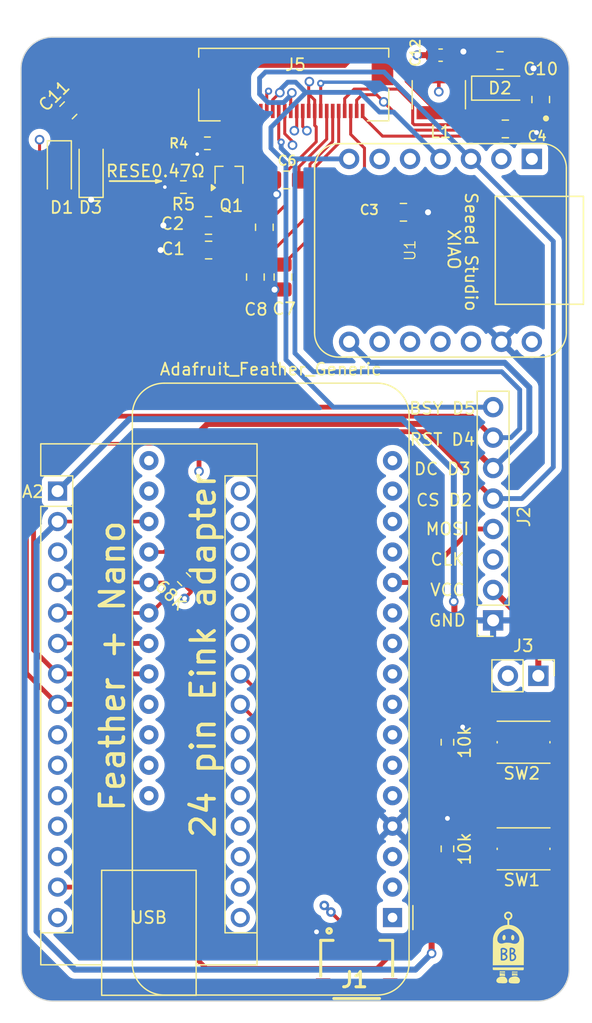
<source format=kicad_pcb>
(kicad_pcb (version 20241229) (generator "pcbnew") (generator_version "9.0")
  (layers (0 "F.Cu" signal) (4 "In1.Cu" signal) (6 "In2.Cu" signal) (2 "B.Cu" signal) (13 "F.Paste" user) (15 "B.Paste" user) (5 "F.SilkS" user "F.Silkscreen") (7 "B.SilkS" user "B.Silkscreen") (1 "F.Mask" user) (3 "B.Mask" user) (25 "Edge.Cuts" user))
  (net 0 "")
  (net 5 "/EPD_DC")
  (net 6 "/EPD_CLK")
  (net 7 "/EPD_BUSY")
  (net 8 "/EPD_CS")
  (net 9 "Net-(A1-D1)")
  (net 10 "Net-(A1-D0)")
  (net 11 "SCL")
  (net 12 "SDA")
  (net 17 "/EPD_MOSI")
  (net 18 "/EPD_RST")
  (net 45 "GND")
  (net 46 "+3.3V")
  (net 47 "Net-(R1-Pad1)")
  (net 48 "Net-(R2-Pad1)")
  (net 49 "Net-(J2-Pin_2)")
  (net 50 "Net-(C1-Pad2)")
  (net 51 "Net-(C2-Pad2)")
  (net 52 "Net-(C3-Pad2)")
  (net 53 "/VCOM")
  (net 54 "Net-(C6-Pad2)")
  (net 55 "Net-(C7-Pad2)")
  (net 56 "Net-(C8-Pad2)")
  (net 57 "PREVGH")
  (net 58 "Net-(D1-A)")
  (net 59 "Net-(D1-K)")
  (net 60 "Net-(D2-A)")
  (net 62 "Net-(Q1-G)")
  (net 63 "Net-(Q1-S)")
  (net 66 "BUTTON0")
  (net 68 "BUTTON1")
  (footprint "footprint:QWIIC_SM04B-SRSS-TB_LFSN_" (layer "F.Cu") (at 136.75 119.161)
    (property "Reference" "J1")
    (property "Value" "Qwiic" (hide yes))
  )
  (footprint "Diode_SMD:D_SOD-123" (layer "F.Cu") (at 117.6 50 90)
    (property "Reference" "D3")
    (property "Value" "MBR0530")
  )
  (footprint "Module:Arduino_Nano" (layer "F.Cu") (at 114.8 76.85)
    (property "Reference" "A2")
    (property "Value" "Arduino_Nano_v3.x")
  )
  (footprint "Capacitor_SMD:C_0805_2012Metric_Pad1.18x1.45mm_HandSolder" (layer "F.Cu") (at 133.9 50.9)
    (property "Reference" "C6")
    (property "Value" "1uF")
  )
  (footprint "Resistor_SMD:R_0603_1608Metric" (layer "F.Cu") (at 125.3 51.5 180)
    (property "Reference" "R5")
    (property "Value" "0.47R")
  )
  (footprint "Capacitor_SMD:C_0805_2012Metric_Pad1.18x1.45mm_HandSolder" (layer "F.Cu") (at 127.4 56.75)
    (property "Reference" "C1")
    (property "Value" "4.7uF")
  )
  (footprint "Resistor_SMD:R_0603_1608Metric" (layer "F.Cu") (at 147.32 106.68 90)
    (property "Reference" "R1" (hide yes))
    (property "Value" "10k")
  )
  (footprint "Capacitor_SMD:C_0805_2012Metric_Pad1.18x1.45mm_HandSolder" (layer "F.Cu") (at 115.7 45.1 45)
    (property "Reference" "C11")
    (property "Value" "4.7uF 50V")
  )
  (footprint "Capacitor_SMD:C_0805_2012Metric_Pad1.18x1.45mm_HandSolder" (layer "F.Cu") (at 152.15 46.65 180)
    (property "Reference" "C4")
    (property "Value" "1uF")
  )
  (footprint "Capacitor_SMD:C_0805_2012Metric_Pad1.18x1.45mm_HandSolder" (layer "F.Cu") (at 127.3875 54.7)
    (property "Reference" "C2")
    (property "Value" "4.7uF")
  )
  (footprint "Button_Switch_SMD:SW_Push_1P1T_NO_Vertical_Wuerth_434133025816" (layer "F.Cu") (at 153.67 97.79 180)
    (property "Reference" "SW2")
    (property "Value" "SW_Push")
  )
  (footprint "Capacitor_SMD:C_0805_2012Metric_Pad1.18x1.45mm_HandSolder" (layer "F.Cu") (at 151.7 40.95 180)
    (property "Reference" "C9" (hide yes))
    (property "Value" "4.7uF")
  )
  (footprint "footprint:AFC24-S24FIC-00" (layer "F.Cu") (at 134.5 42.954399 180)
    (property "Reference" "J5")
    (property "Value" "AFC24-S24FIC-00" (hide yes))
  )
  (footprint "Module:Adafruit_Feather" (layer "F.Cu") (at 142.74 112.41 180)
    (property "Reference" "A1" (hide yes))
    (property "Value" "Adafruit_Feather_Generic")
  )
  (footprint "footprint:SWPA4030S1R0NT" (layer "F.Cu") (at 146.6014 43.8 90)
    (property "Reference" "L1")
    (property "Value" "10uH" (hide yes))
  )
  (footprint "Capacitor_SMD:C_0805_2012Metric_Pad1.18x1.45mm_HandSolder" (layer "F.Cu") (at 131.3 59 90)
    (property "Reference" "C8")
    (property "Value" "1uF")
  )
  (footprint "Connector_PinHeader_2.54mm:PinHeader_1x02_P2.54mm_Vertical" (layer "F.Cu") (at 154.9 92.25 -90)
    (property "Reference" "J3")
    (property "Value" "PWR_JUMPER")
  )
  (footprint "Resistor_SMD:R_0603_1608Metric" (layer "F.Cu") (at 147.32 97.79 90)
    (property "Reference" "R2" (hide yes))
    (property "Value" "10k")
  )
  (footprint "Capacitor_SMD:C_0805_2012Metric_Pad1.18x1.45mm_HandSolder" (layer "F.Cu") (at 132.05 54.85 90)
    (property "Reference" "C5" (hide yes))
    (property "Value" "1uF")
  )
  (footprint "Capacitor_SMD:C_0805_2012Metric_Pad1.18x1.45mm_HandSolder" (layer "F.Cu") (at 155.1 44.2 -90)
    (property "Reference" "C10")
    (property "Value" "4.7uF")
  )
  (footprint "Resistor_SMD:R_0603_1608Metric" (layer "F.Cu") (at 127.3 47.85 180)
    (property "Reference" "R4")
    (property "Value" "10K")
  )
  (footprint "LOGO" (layer "F.Cu") (at 152.4 114.9096)
    (property "Reference" "G***" (hide yes))
    (property "Value" "LOGO" (hide yes))
  )
  (footprint "Button_Switch_SMD:SW_Push_1P1T_NO_Vertical_Wuerth_434133025816" (layer "F.Cu") (at 153.67 106.68 180)
    (property "Reference" "SW1")
    (property "Value" "SW_Push")
  )
  (footprint "Diode_SMD:D_SOD-123" (layer "F.Cu") (at 151.7 43.25)
    (property "Reference" "D2")
    (property "Value" "MBR0530")
  )
  (footprint "Connector_PinSocket_2.54mm:PinSocket_1x08_P2.54mm_Vertical" (layer "F.Cu") (at 151.13 87.63 180)
    (property "Reference" "J2")
    (property "Value" "LCD")
  )
  (footprint "Diode_SMD:D_SOD-123" (layer "F.Cu") (at 114.95 50 -90)
    (property "Reference" "D1")
    (property "Value" "MBR0530")
  )
  (footprint "Capacitor_SMD:C_0805_2012Metric_Pad1.18x1.45mm_HandSolder" (layer "F.Cu") (at 133.6 59 90)
    (property "Reference" "C7")
    (property "Value" "4.7uF")
  )
  (footprint "Capacitor_SMD:C_0805_2012Metric_Pad1.18x1.45mm_HandSolder" (layer "F.Cu") (at 143.65 53.6 180)
    (property "Reference" "C3")
    (property "Value" "4.7uF")
  )
  (footprint "Capacitor_SMD:C_0603_1608Metric" (layer "F.Cu") (at 146.75 40.5 180)
    (property "Reference" "C12")
    (property "Value" "4.7uF")
  )
  (footprint "footprint:XIAO-Generic-Thruhole-14P-2.54-21X17.8MM" (layer "F.Cu") (at 146.74 56.775 -90)
    (property "Reference" "U1")
    (property "Value" "SeeeduinoXIAO" (hide yes))
  )
  (footprint "Resistor_SMD:R_0603_1608Metric" (layer "F.Cu") (at 125.35 84.2 135)
    (property "Reference" "R3" (hide yes))
    (property "Value" "68K")
  )
  (footprint "Package_TO_SOT_SMD:SOT-323_SC-70" (layer "F.Cu") (at 129.1 50.5 90)
    (property "Reference" "Q1")
    (property "Value" "Si1308")
  )
  (gr_line (start 123.45 51) (end 123 51.15) (stroke (width 0.15)) (layer "F.SilkS"))
  (gr_line (start 119.15 51) (end 121.65 51) (stroke (width 0.15)) (layer "F.SilkS"))
  (gr_line (start 121.65 51) (end 123.45 51) (stroke (width 0.15)) (layer "F.SilkS"))
  (gr_line (start 123 51.15) (end 123 50.9) (stroke (width 0.15)) (layer "F.SilkS"))
  (gr_line (start 123 50.9) (end 123.4 51) (stroke (width 0.15)) (layer "F.SilkS"))
  (gr_line (start 111.773833 116.726167) (end 111.75 41.65) (stroke (width 0.1)) (layer "Edge.Cuts"))
  (gr_arc (start 157.476167 116.726167) (mid 156.7 118.6) (end 154.826167 119.376167) (stroke (width 0.1)) (layer "Edge.Cuts"))
  (gr_line (start 114.4 39) (end 154.826167 39) (stroke (width 0.1)) (layer "Edge.Cuts"))
  (gr_arc (start 154.826167 39.000001) (mid 156.700021 39.776156) (end 157.476199 41.65) (stroke (width 0.1)) (layer "Edge.Cuts"))
  (gr_line (start 154.826167 119.376167) (end 114.423833 119.376167) (stroke (width 0.1)) (layer "Edge.Cuts"))
  (gr_arc (start 111.75 41.65) (mid 112.526167 39.776167) (end 114.4 39) (stroke (width 0.1)) (layer "Edge.Cuts"))
  (gr_line (start 157.476167 41.65) (end 157.476167 116.726167) (stroke (width 0.1)) (layer "Edge.Cuts"))
  (gr_arc (start 114.423833 119.376167) (mid 112.55 118.6) (end 111.773833 116.726167) (stroke (width 0.1)) (layer "Edge.Cuts"))
  (gr_text "DC D3" (at 146.9 75 0) (layer "F.SilkS") (effects (font (size 1 1))))
  (gr_text "VCC" (at 147.32 85.09 0) (layer "F.SilkS") (effects (font (size 1 1))))
  (gr_text "Feather + Nano" (at 119.38 91.44 90) (layer "F.SilkS") (effects (font (size 2 2) (thickness 0.3))))
  (gr_text "GND" (at 147.32 87.63 0) (layer "F.SilkS") (effects (font (size 1 1))))
  (gr_text "RESE0.47Ω" (at 118.75 50.75 0) (layer "F.SilkS") (effects (font (size 1 1)) (justify left bottom)))
  (gr_text "MOSI" (at 147.32 80.01 0) (layer "F.SilkS") (effects (font (size 1 1))))
  (gr_text "24 pin Eink adapter" (at 126.95 90.5 90) (layer "F.SilkS") (effects (font (size 2 2) (thickness 0.3))))
  (gr_text "CS D2" (at 147.05 77.6 0) (layer "F.SilkS") (effects (font (size 1 1))))
  (gr_text "BSY D5" (at 146.9 69.95 0) (layer "F.SilkS") (effects (font (size 1 1))))
  (gr_text "RST D4" (at 146.9 72.55 0) (layer "F.SilkS") (effects (font (size 1 1))))
  (gr_text "CLK" (at 147.32 82.55 0) (layer "F.SilkS") (effects (font (size 1 1))))
  (segment (start 134.399343 47.699343) (end 134.399343 48.003508) (width 0.25) (layer "F.Cu") (net 5))
  (segment (start 133.749999 47.049999) (end 134.399343 47.699343) (width 0.25) (layer "F.Cu") (net 5))
  (segment (start 133.749999 45.149999) (end 133.749999 47.049999) (width 0.25) (layer "F.Cu") (net 5))
  (segment (start 122.42 87.01) (end 122.59 87.01) (width 0.3) (layer "F.Cu") (net 5))
  (segment (start 125.75 83.85) (end 125.75 82.1) (width 0.3) (layer "F.Cu") (net 5))
  (segment (start 125.45 73.1) (end 125.45 81.8) (width 0.5) (layer "F.Cu") (net 5))
  (segment (start 125.75 82.1) (end 125.45 81.8) (width 0.3) (layer "F.Cu") (net 5))
  (segment (start 119.24 87.01) (end 122.42 87.01) (width 0.3) (layer "F.Cu") (net 5))
  (segment (start 151.13 74.93) (end 147.45 71.25) (width 0.5) (layer "F.Cu") (net 5))
  (segment (start 122.59 87.01) (end 125.75 83.85) (width 0.3) (layer "F.Cu") (net 5))
  (segment (start 114.8 89.55) (end 116.7 89.55) (width 0.3) (layer "F.Cu") (net 5))
  (segment (start 127.3 71.25) (end 125.45 73.1) (width 0.5) (layer "F.Cu") (net 5))
  (segment (start 147.45 71.25) (end 127.3 71.25) (width 0.5) (layer "F.Cu") (net 5))
  (segment (start 116.7 89.55) (end 119.24 87.01) (width 0.3) (layer "F.Cu") (net 5))
  (via (at 134.399343 48.003508) (size 0.8) (drill 0.5) (layers "F.Cu" "B.Cu") (net 5))
  (segment (start 140.87 66.15) (end 139.12 64.4) (width 0.5) (layer "B.Cu") (net 5))
  (segment (start 154.15 71.91) (end 154.15 68.2) (width 0.5) (layer "B.Cu") (net 5))
  (segment (start 154.15 68.2) (end 152.1 66.15) (width 0.5) (layer "B.Cu") (net 5))
  (segment (start 152.1 66.15) (end 140.87 66.15) (width 0.5) (layer "B.Cu") (net 5))
  (segment (start 151.13 74.93) (end 154.15 71.91) (width 0.5) (layer "B.Cu") (net 5))
  (segment (start 134.75 46.6) (end 134.55 46.8) (width 0.25) (layer "F.Cu") (net 6))
  (segment (start 134.75 45.149999) (end 134.75 46.6) (width 0.25) (layer "F.Cu") (net 6))
  (via (at 134.55 46.8) (size 0.8) (drill 0.5) (layers "F.Cu" "B.Cu") (net 6))
  (segment (start 132.750001 45.149999) (end 132.750001 44.217224) (width 0.25) (layer "F.Cu") (net 7))
  (segment (start 112.2 92.03) (end 114.8 94.63) (width 0.4) (layer "F.Cu") (net 7))
  (segment (start 112.2 72.301472) (end 112.2 92.03) (width 0.4) (layer "F.Cu") (net 7))
  (segment (start 132.750001 44.217224) (end 133.341669 43.625556) (width 0.25) (layer "F.Cu") (net 7))
  (segment (start 114.651472 69.85) (end 112.2 72.301472) (width 0.4) (layer "F.Cu") (net 7))
  (segment (start 119.71 92.09) (end 122.42 92.09) (width 0.4) (layer "F.Cu") (net 7))
  (segment (start 114.8 94.63) (end 117.17 94.63) (width 0.4) (layer "F.Cu") (net 7))
  (segment (start 151.13 69.85) (end 114.651472 69.85) (width 0.4) (layer "F.Cu") (net 7))
  (segment (start 117.17 94.63) (end 119.71 92.09) (width 0.4) (layer "F.Cu") (net 7))
  (via (at 133.341669 43.625556) (size 0.8) (drill 0.5) (layers "F.Cu" "B.Cu") (net 7))
  (segment (start 133.85 49.504775) (end 133.85 65.9) (width 0.4) (layer "B.Cu") (net 7))
  (segment (start 141.65497 45.242948) (end 140.012022 43.6) (width 0.4) (layer "B.Cu") (net 7))
  (segment (start 140.012022 43.6) (end 135.502082 43.6) (width 0.4) (layer "B.Cu") (net 7))
  (segment (start 132.6 48.254775) (end 133.85 49.504775) (width 0.4) (layer "B.Cu") (net 7))
  (segment (start 134.652082 42.75) (end 134 42.75) (width 0.4) (layer "B.Cu") (net 7))
  (segment (start 133.85 65.9) (end 137.8 69.85) (width 0.4) (layer "B.Cu") (net 7))
  (segment (start 137.8 69.85) (end 151.13 69.85) (width 0.4) (layer "B.Cu") (net 7))
  (segment (start 142.832948 45.242948) (end 141.65497 45.242948) (width 0.4) (layer "B.Cu") (net 7))
  (segment (start 135.502082 43.6) (end 135.502082 43.619568) (width 0.4) (layer "B.Cu") (net 7))
  (segment (start 135.502082 43.619568) (end 132.6 46.52165) (width 0.4) (layer "B.Cu") (net 7))
  (segment (start 146.74 49.15) (end 142.832948 45.242948) (width 0.4) (layer "B.Cu") (net 7))
  (segment (start 134 42.75) (end 133.341669 43.408331) (width 0.4) (layer "B.Cu") (net 7))
  (segment (start 133.341669 43.408331) (end 133.341669 43.625556) (width 0.4) (layer "B.Cu") (net 7))
  (segment (start 132.6 46.52165) (end 132.6 48.254775) (width 0.4) (layer "B.Cu") (net 7))
  (segment (start 135.502082 43.6) (end 134.652082 42.75) (width 0.4) (layer "B.Cu") (net 7))
  (segment (start 134.25 43.738864) (end 134.344432 43.644432) (width 0.25) (layer "F.Cu") (net 8))
  (segment (start 126.6 73.2) (end 126.6 75.2) (width 0.4) (layer "F.Cu") (net 8))
  (segment (start 145.56 71.9) (end 127.9 71.9) (width 0.4) (layer "F.Cu") (net 8))
  (segment (start 151.13 77.47) (end 145.56 71.9) (width 0.4) (layer "F.Cu") (net 8))
  (segment (start 116.19 87.01) (end 118.73 84.47) (width 0.3) (layer "F.Cu") (net 8))
  (segment (start 134.25 45.149999) (end 134.25 43.738864) (width 0.25) (layer "F.Cu") (net 8))
  (segment (start 122.42 84.47) (end 123.913274 84.47) (width 0.3) (layer "F.Cu") (net 8))
  (segment (start 127.9 71.9) (end 126.6 73.2) (width 0.4) (layer "F.Cu") (net 8))
  (segment (start 114.8 87.01) (end 116.19 87.01) (width 0.3) (layer "F.Cu") (net 8))
  (segment (start 123.913274 84.47) (end 124.766637 83.616637) (width 0.3) (layer "F.Cu") (net 8))
  (segment (start 118.73 84.47) (end 122.42 84.47) (width 0.3) (layer "F.Cu") (net 8))
  (via (at 134.344432 43.644432) (size 0.8) (drill 0.5) (layers "F.Cu" "B.Cu") (net 8))
  (via (at 126.6 75.2) (size 0.8) (drill 0.5) (layers "F.Cu" "B.Cu") (net 8))
  (segment (start 133.650011 44.45) (end 134.344432 43.755579) (width 0.4) (layer "B.Cu") (net 8))
  (segment (start 134.344432 43.755579) (end 134.344432 43.644432) (width 0.4) (layer "B.Cu") (net 8))
  (segment (start 156.15 56.02) (end 156.15 74.85) (width 0.4) (layer "B.Cu") (net 8))
  (segment (start 132.146126 41.903874) (end 131.65 42.4) (width 0.4) (layer "B.Cu") (net 8))
  (segment (start 153.53 77.47) (end 151.13 77.47) (width 0.4) (layer "B.Cu") (net 8))
  (segment (start 156.15 74.85) (end 153.53 77.47) (width 0.4) (layer "B.Cu") (net 8))
  (segment (start 132.35 44.45) (end 133.650011 44.45) (width 0.4) (layer "B.Cu") (net 8))
  (segment (start 149.28 49.15) (end 156.15 56.02) (width 0.4) (layer "B.Cu") (net 8))
  (segment (start 149.28 49.15) (end 142.033874 41.903874) (width 0.4) (layer "B.Cu") (net 8))
  (segment (start 131.65 43.75) (end 132.35 44.45) (width 0.4) (layer "B.Cu") (net 8))
  (segment (start 142.033874 41.903874) (end 132.146126 41.903874) (width 0.4) (layer "B.Cu") (net 8))
  (segment (start 131.65 42.4) (end 131.65 43.75) (width 0.4) (layer "B.Cu") (net 8))
  (segment (start 151.62 96.715) (end 155.745 96.715) (width 0.5) (layer "F.Cu") (net 9))
  (segment (start 124.45 81.15) (end 124.45 73.45) (width 0.3) (layer "F.Cu") (net 9))
  (segment (start 122.42 81.93) (end 123.67 81.93) (width 0.3) (layer "F.Cu") (net 9))
  (segment (start 123.67 81.93) (end 124.45 81.15) (width 0.3) (layer "F.Cu") (net 9))
  (segment (start 147.9 86.1) (end 147.85 86.05) (width 0.5) (layer "F.Cu") (net 9))
  (segment (start 147.9 92.995) (end 147.9 86.1) (width 0.5) (layer "F.Cu") (net 9))
  (segment (start 123.9 72.9) (end 118.75 72.9) (width 0.3) (layer "F.Cu") (net 9))
  (segment (start 124.45 73.45) (end 123.9 72.9) (width 0.3) (layer "F.Cu") (net 9))
  (segment (start 118.75 72.9) (end 114.8 76.85) (width 0.3) (layer "F.Cu") (net 9))
  (segment (start 151.62 96.715) (end 147.9 92.995) (width 0.5) (layer "F.Cu") (net 9))
  (via (at 147.85 86.05) (size 0.8) (drill 0.5) (layers "F.Cu" "B.Cu") (net 9))
  (segment (start 120.8 70.85) (end 114.8 76.85) (width 0.5) (layer "B.Cu") (net 9))
  (segment (start 147.85 75.15) (end 143.55 70.85) (width 0.5) (layer "B.Cu") (net 9))
  (segment (start 147.85 86.05) (end 147.85 75.15) (width 0.5) (layer "B.Cu") (net 9))
  (segment (start 143.55 70.85) (end 120.8 70.85) (width 0.5) (layer "B.Cu") (net 9))
  (segment (start 151.42 105.605) (end 148.765 102.95) (width 0.5) (layer "F.Cu") (net 10))
  (segment (start 151.62 105.605) (end 155.745 105.605) (width 0.5) (layer "F.Cu") (net 10))
  (segment (start 146.9 102.95) (end 146.3 103.55) (width 0.5) (layer "F.Cu") (net 10))
  (segment (start 114.8 79.39) (end 122.42 79.39) (width 0.3) (layer "F.Cu") (net 10))
  (segment (start 146.3 103.55) (end 146.3 112.719239) (width 0.5) (layer "F.Cu") (net 10))
  (segment (start 146.3 112.719239) (end 146 113.019238) (width 0.5) (layer "F.Cu") (net 10))
  (segment (start 151.62 105.605) (end 151.42 105.605) (width 0.5) (layer "F.Cu") (net 10))
  (segment (start 148.765 102.95) (end 146.9 102.95) (width 0.5) (layer "F.Cu") (net 10))
  (segment (start 146 113.019238) (end 146 115.4) (width 0.5) (layer "F.Cu") (net 10))
  (via (at 146 115.4) (size 0.8) (drill 0.5) (layers "F.Cu" "B.Cu") (net 10))
  (segment (start 113.05 113.55) (end 113.05 81.14) (width 0.5) (layer "B.Cu") (net 10))
  (segment (start 146 115.4) (end 144.65 116.75) (width 0.5) (layer "B.Cu") (net 10))
  (segment (start 116.25 116.75) (end 113.05 113.55) (width 0.5) (layer "B.Cu") (net 10))
  (segment (start 144.65 116.75) (end 116.25 116.75) (width 0.5) (layer "B.Cu") (net 10))
  (segment (start 113.05 81.14) (end 114.8 79.39) (width 0.5) (layer "B.Cu") (net 10))
  (segment (start 141.25 114.5) (end 141.25 113.8) (width 0.3) (layer "F.Cu") (net 11))
  (segment (start 140.1 112.65) (end 140.1 102.15) (width 0.3) (layer "F.Cu") (net 11))
  (segment (start 141.25 113.8) (end 140.1 112.65) (width 0.3) (layer "F.Cu") (net 11))
  (segment (start 140.1 102.15) (end 130.04 92.09) (width 0.3) (layer "F.Cu") (net 11))
  (segment (start 139.6 112.95) (end 140.25 113.6) (width 0.3) (layer "F.Cu") (net 12))
  (segment (start 140.25 113.6) (end 140.25 114.5) (width 0.3) (layer "F.Cu") (net 12))
  (segment (start 139.6 104.19) (end 139.6 112.95) (width 0.3) (layer "F.Cu") (net 12))
  (segment (start 130.04 94.63) (end 139.6 104.19) (width 0.3) (layer "F.Cu") (net 12))
  (segment (start 120.42 109.87) (end 127.2 116.65) (width 0.4) (layer "F.Cu") (net 17))
  (segment (start 149.34 80.01) (end 144.975 84.375) (width 0.4) (layer "F.Cu") (net 17))
  (segment (start 127.2 116.65) (end 141.45 116.65) (width 0.4) (layer "F.Cu") (net 17))
  (segment (start 144.88 84.47) (end 142.74 84.47) (width 0.4) (layer "F.Cu") (net 17))
  (segment (start 151.13 80.01) (end 149.34 80.01) (width 0.4) (layer "F.Cu") (net 17))
  (segment (start 145.65 85.05) (end 144.975 84.375) (width 0.4) (layer "F.Cu") (net 17))
  (segment (start 145.65 112.45) (end 145.65 85.05) (width 0.4) (layer "F.Cu") (net 17))
  (segment (start 135.250001 45.149999) (end 135.250001 46.450001) (width 0.25) (layer "F.Cu") (net 17))
  (segment (start 144.975 84.375) (end 144.88 84.47) (width 0.4) (layer "F.Cu") (net 17))
  (segment (start 141.45 116.65) (end 145.65 112.45) (width 0.4) (layer "F.Cu") (net 17))
  (segment (start 135.250001 46.450001) (end 135.6 46.8) (width 0.25) (layer "F.Cu") (net 17))
  (segment (start 114.8 109.87) (end 120.42 109.87) (width 0.4) (layer "F.Cu") (net 17))
  (via (at 135.6 46.8) (size 0.8) (drill 0.5) (layers "F.Cu" "B.Cu") (net 17))
  (segment (start 114.8 92.09) (end 117.26 92.09) (width 0.4) (layer "F.Cu") (net 18))
  (segment (start 133.25 47.55) (end 133.45 47.75) (width 0.25) (layer "F.Cu") (net 18))
  (segment (start 117.26 92.09) (end 119.8 89.55) (width 0.4) (layer "F.Cu") (net 18))
  (segment (start 112.8 90.09) (end 114.8 92.09) (width 0.4) (layer "F.Cu") (net 18))
  (segment (start 151.13 72.39) (end 149.34 70.6) (width 0.4) (layer "F.Cu") (net 18))
  (segment (start 149.34 70.6) (end 114.75 70.6) (width 0.4) (layer "F.Cu") (net 18))
  (segment (start 133.25 45.149999) (end 133.25 47.55) (width 0.25) (layer "F.Cu") (net 18))
  (segment (start 119.8 89.55) (end 122.42 89.55) (width 0.4) (layer "F.Cu") (net 18))
  (segment (start 112.8 72.55) (end 112.8 90.09) (width 0.4) (layer "F.Cu") (net 18))
  (segment (start 114.75 70.6) (end 112.8 72.55) (width 0.4) (layer "F.Cu") (net 18))
  (via (at 133.45 47.75) (size 0.6) (drill 0.3) (layers "F.Cu" "B.Cu") (net 18))
  (segment (start 134.6 49.15) (end 134.6 65.35) (width 0.4) (layer "B.Cu") (net 18))
  (segment (start 153.35 68.4) (end 151.85 66.9) (width 0.4) (layer "B.Cu") (net 18))
  (segment (start 134.6 49.15) (end 134.343753 49.15) (width 0.4) (layer "B.Cu") (net 18))
  (segment (start 139.12 49.15) (end 134.6 49.15) (width 0.4) (layer "B.Cu") (net 18))
  (segment (start 134.6 65.35) (end 136.15 66.9) (width 0.4) (layer "B.Cu") (net 18))
  (segment (start 151.85 66.9) (end 136.15 66.9) (width 0.4) (layer "B.Cu") (net 18))
  (segment (start 153.35 71.65) (end 153.35 68.4) (width 0.4) (layer "B.Cu") (net 18))
  (segment (start 133.45 48.256247) (end 133.45 47.75) (width 0.4) (layer "B.Cu") (net 18))
  (segment (start 151.13 72.39) (end 152.61 72.39) (width 0.4) (layer "B.Cu") (net 18))
  (segment (start 134.343753 49.15) (end 133.45 48.256247) (width 0.4) (layer "B.Cu") (net 18))
  (segment (start 152.61 72.39) (end 153.35 71.65) (width 0.4) (layer "B.Cu") (net 18))
  (segment (start 154.45 46.65) (end 154.75 46.95) (width 0.25) (layer "F.Cu") (net 45))
  (segment (start 126.475 48.725) (end 126.45 48.75) (width 0.25) (layer "F.Cu") (net 45))
  (segment (start 132.249999 45.149999) (end 132.249999 43.650001) (width 0.25) (layer "F.Cu") (net 45))
  (segment (start 123.4 56.75) (end 126.3625 56.75) (width 0.25) (layer "F.Cu") (net 45))
  (segment (start 131.3 60.0375) (end 132.7875 60.0375) (width 0.25) (layer "F.Cu") (net 45))
  (segment (start 132.7875 60.0375) (end 132.8 60.05) (width 0.25) (layer "F.Cu") (net 45))
  (segment (start 126.35 54.7) (end 123.634456 54.7) (width 0.25) (layer "F.Cu") (net 45))
  (segment (start 117.6 51.65) (end 117.6 52.55) (width 0.4) (layer "F.Cu") (net 45))
  (segment (start 153.1875 46.15) (end 153.362675 46.325175) (width 0.4) (layer "F.Cu") (net 45))
  (segment (start 155.1 43.1625) (end 155.1 42.2) (width 0.4) (layer "F.Cu") (net 45))
  (segment (start 123.634456 54.7) (end 123.627777 54.693321) (width 0.25) (layer "F.Cu") (net 45))
  (segment (start 133.0625 50.95) (end 133.0625 52.0875) (width 0.25) (layer "F.Cu") (net 45))
  (segment (start 152.7375 40.95) (end 153.85 40.95) (width 0.4) (layer "F.Cu") (net 45))
  (segment (start 147.525 40.5) (end 148.35 40.5) (width 0.4) (layer "F.Cu") (net 45))
  (segment (start 136.95 113.05) (end 136.4 113.6) (width 0.3) (layer "F.Cu") (net 45))
  (segment (start 147.32 96.965) (end 148.145 96.965) (width 0.5) (layer "F.Cu") (net 45))
  (segment (start 137.275 113.05) (end 136.95 113.05) (width 0.3) (layer "F.Cu") (net 45))
  (segment (start 138.25 114.025) (end 137.275 113.05) (width 0.3) (layer "F.Cu") (net 45))
  (segment (start 153.1875 46.65) (end 154.45 46.65) (width 0.25) (layer "F.Cu") (net 45))
  (segment (start 136.750001 45.149999) (end 136.75 42.85) (width 0.25) (layer "F.Cu") (net 45))
  (segment (start 147.32 105.855) (end 147.32 104.14) (width 0.5) (layer "F.Cu") (net 45))
  (segment (start 144.6875 53.6) (end 145.7 53.6) (width 0.25) (layer "F.Cu") (net 45))
  (segment (start 132.8 60.05) (end 132.9 60.05) (width 0.25) (layer "F.Cu") (net 45))
  (segment (start 132.9125 60.0375) (end 132.9 60.05) (width 0.25) (layer "F.Cu") (net 45))
  (segment (start 148.35 40.5) (end 148.65 40.2) (width 0.4) (layer "F.Cu") (net 45))
  (segment (start 133.6 60.0375) (end 132.9125 60.0375) (width 0.25) (layer "F.Cu") (net 45))
  (segment (start 153.85 40.95) (end 154.5 41.6) (width 0.4) (layer "F.Cu") (net 45))
  (segment (start 124.475 51.5) (end 123.75 51.5) (width 0.25) (layer "F.Cu") (net 45))
  (segment (start 126.475 47.85) (end 126.475 48.725) (width 0.25) (layer "F.Cu") (net 45))
  (segment (start 132.249999 43.650001) (end 132.4 43.5) (width 0.25) (layer "F.Cu") (net 45))
  (segment (start 133.0625 52.0875) (end 133.05 52.1) (width 0.25) (layer "F.Cu") (net 45))
  (segment (start 155.1 42.2) (end 154.5 41.6) (width 0.4) (layer "F.Cu") (net 45))
  (segment (start 148.145 96.965) (end 148.59 96.52) (width 0.5) (layer "F.Cu") (net 45))
  (segment (start 138.25 114.5) (end 138.25 114.025) (width 0.3) (layer "F.Cu") (net 45))
  (via (at 123.4 56.75) (size 0.8) (drill 0.5) (layers "F.Cu" "B.Cu") (net 45))
  (via (at 123.627777 54.693321) (size 0.8) (drill 0.5) (layers "F.Cu" "B.Cu") (net 45))
  (via (at 136.4 113.6) (size 0.8) (drill 0.4) (layers "F.Cu" "B.Cu") (net 45))
  (via (at 132.4 43.5) (size 0.6) (drill 0.3) (layers "F.Cu" "B.Cu") (net 45))
  (via (at 132.9 60.05) (size 0.8) (drill 0.5) (layers "F.Cu" "B.Cu") (net 45))
  (via (at 148.59 96.52) (size 0.8) (drill 0.4) (layers "F.Cu" "B.Cu") (net 45))
  (via (at 133.05 52.1) (size 0.8) (drill 0.5) (layers "F.Cu" "B.Cu") (net 45))
  (via (at 136.75 42.85) (size 0.6) (drill 0.3) (layers "F.Cu" "B.Cu") (net 45))
  (via (at 154.75 46.95) (size 0.8) (drill 0.4) (layers "F.Cu" "B.Cu") (net 45))
  (via (at 123.75 51.5) (size 0.6) (drill 0.3) (layers "F.Cu" "B.Cu") (net 45))
  (via (at 117.6 52.55) (size 0.8) (drill 0.5) (layers "F.Cu" "B.Cu") (net 45))
  (via (at 145.7 53.6) (size 0.8) (drill 0.5) (layers "F.Cu" "B.Cu") (net 45))
  (via (at 147.32 104.14) (size 0.8) (drill 0.4) (layers "F.Cu" "B.Cu") (net 45))
  (via (at 154.5 41.6) (size 0.8) (drill 0.5) (layers "F.Cu" "B.Cu") (net 45))
  (via (at 148.65 40.2) (size 0.8) (drill 0.5) (layers "F.Cu" "B.Cu") (net 45))
  (via (at 126.45 48.75) (size 0.6) (drill 0.3) (layers "F.Cu" "B.Cu") (net 45))
  (segment (start 133.9 50.2) (end 133.9 52.9) (width 0.25) (layer "F.Cu") (net 46))
  (segment (start 135.75 43.75) (end 135.75 42.758788) (width 0.25) (layer "F.Cu") (net 46))
  (segment (start 136.375 47.725) (end 133.9 50.2) (width 0.25) (layer "F.Cu") (net 46))
  (segment (start 139.25 113.6) (end 137.6 111.95) (width 0.3) (layer "F.Cu") (net 46))
  (segment (start 136.375 46.478984) (end 136.375 47.725) (width 0.25) (layer "F.Cu") (net 46))
  (segment (start 146.6014 42.3014) (end 146.6014 43.5486) (width 0.3) (layer "F.Cu") (net 46))
  (segment (start 125.933363 85.266637) (end 125.4 85.8) (width 0.3) (layer "F.Cu") (net 46))
  (segment (start 136.249999 45.149999) (end 136.249999 46.353983) (width 0.25) (layer "F.Cu") (net 46))
  (segment (start 135.75 45.149999) (end 135.75 43.75) (width 0.25) (layer "F.Cu") (net 46))
  (segment (start 145.975 40.5) (end 144.8 40.5) (width 0.5) (layer "F.Cu") (net 46))
  (segment (start 137.6 111.95) (end 137.05 111.4) (width 0.3) (layer "F.Cu") (net 46))
  (segment (start 125.933363 84.783363) (end 125.933363 85.266637) (width 0.3) (layer "F.Cu") (net 46))
  (segment (start 135.75 42.758788) (end 135.803914 42.704874) (width 0.25) (layer "F.Cu") (net 46))
  (segment (start 136.249999 45.149999) (end 136.249999 44.249999) (width 0.25) (layer "F.Cu") (net 46))
  (segment (start 139.25 114.5) (end 139.25 113.6) (width 0.3) (layer "F.Cu") (net 46))
  (segment (start 132.9875 53.8125) (end 132.05 53.8125) (width 0.25) (layer "F.Cu") (net 46))
  (segment (start 146.6014 43.5486) (end 146.6 43.55) (width 0.3) (layer "F.Cu") (net 46))
  (segment (start 148.0986 42.3014) (end 146.6014 42.3014) (width 0.3) (layer "F.Cu") (net 46))
  (segment (start 145.975 41.675) (end 146.6014 42.3014) (width 0.5) (layer "F.Cu") (net 46))
  (segment (start 136.249999 46.353983) (end 136.375 46.478984) (width 0.25) (layer "F.Cu") (net 46))
  (segment (start 136.249999 44.249999) (end 135.75 43.75) (width 0.25) (layer "F.Cu") (net 46))
  (segment (start 145.975 40.5) (end 145.975 41.675) (width 0.5) (layer "F.Cu") (net 46))
  (segment (start 133.9 52.9) (end 132.9875 53.8125) (width 0.25) (layer "F.Cu") (net 46))
  (via (at 135.803914 42.704874) (size 0.8) (drill 0.5) (layers "F.Cu" "B.Cu") (net 46))
  (via (at 137.6 111.95) (size 0.8) (drill 0.4) (layers "F.Cu" "B.Cu") (net 46))
  (via (at 144.8 40.5) (size 0.8) (drill 0.5) (layers "F.Cu" "B.Cu") (net 46))
  (via (at 146.6 43.55) (size 0.8) (drill 0.5) (layers "F.Cu" "B.Cu") (net 46))
  (via (at 137.05 111.4) (size 0.8) (drill 0.4) (layers "F.Cu" "B.Cu") (net 46))
  (via (at 125.4 85.8) (size 0.8) (drill 0.4) (layers "F.Cu" "B.Cu") (net 46))
  (segment (start 151.595 107.755) (end 155.745 107.755) (width 0.5) (layer "F.Cu") (net 47))
  (segment (start 151.345 107.505) (end 151.595 107.755) (width 0.5) (layer "F.Cu") (net 47))
  (segment (start 147.32 107.505) (end 151.345 107.505) (width 0.5) (layer "F.Cu") (net 47))
  (segment (start 151.345 98.615) (end 151.595 98.865) (width 0.5) (layer "F.Cu") (net 48))
  (segment (start 151.595 98.865) (end 155.745 98.865) (width 0.5) (layer "F.Cu") (net 48))
  (segment (start 147.32 98.615) (end 151.345 98.615) (width 0.5) (layer "F.Cu") (net 48))
  (segment (start 151.13 85.09) (end 154.9 88.86) (width 0.5) (layer "F.Cu") (net 49))
  (segment (start 154.9 88.86) (end 154.9 92.25) (width 0.5) (layer "F.Cu") (net 49))
  (segment (start 130.752 54.4355) (end 128.4375 56.75) (width 0.25) (layer "F.Cu") (net 50))
  (segment (start 130.752 45.151999) (end 130.752 54.4355) (width 0.25) (layer "F.Cu") (net 50))
  (segment (start 130.75 45.149999) (end 130.752 45.151999) (width 0.25) (layer "F.Cu") (net 50))
  (segment (start 130.250001 45.149999) (end 130.250001 51.026751) (width 0.25) (layer "F.Cu") (net 51))
  (segment (start 130.301 52.824) (end 128.425 54.7) (width 0.25) (layer "F.Cu") (net 51))
  (segment (start 130.250001 51.026751) (end 130.301 51.07775) (width 0.25) (layer "F.Cu") (net 51))
  (segment (start 130.301 51.07775) (end 130.301 52.824) (width 0.25) (layer "F.Cu") (net 51))
  (segment (start 140.4 51.3875) (end 142.6125 53.6) (width 0.25) (layer "F.Cu") (net 52))
  (segment (start 139.250001 45.149999) (end 139.250001 47.100001) (width 0.25) (layer "F.Cu") (net 52))
  (segment (start 140.4 48.25) (end 140.4 51.3875) (width 0.25) (layer "F.Cu") (net 52))
  (segment (start 139.250001 47.100001) (end 140.4 48.25) (width 0.25) (layer "F.Cu") (net 52))
  (segment (start 141.905502 47.25) (end 150.5125 47.25) (width 0.25) (layer "F.Cu") (net 53))
  (segment (start 150.5125 47.25) (end 151.1125 46.65) (width 0.25) (layer "F.Cu") (net 53))
  (segment (start 140.250001 45.149999) (end 140.250001 45.594499) (width 0.25) (layer "F.Cu") (net 53))
  (segment (start 140.250001 45.594499) (end 141.905502 47.25) (width 0.25) (layer "F.Cu") (net 53))
  (segment (start 137.25 45.149999) (end 137.25 47.5) (width 0.25) (layer "F.Cu") (net 54))
  (segment (start 134.9375 49.8125) (end 134.9375 50.9) (width 0.25) (layer "F.Cu") (net 54))
  (segment (start 137.25 47.5) (end 134.9375 49.8125) (width 0.25) (layer "F.Cu") (net 54))
  (segment (start 136.301 49.799) (end 136.301 55.2615) (width 0.25) (layer "F.Cu") (net 55))
  (segment (start 136.301 55.2615) (end 133.6 57.9625) (width 0.25) (layer "F.Cu") (net 55))
  (segment (start 138.25 47.85) (end 136.301 49.799) (width 0.25) (layer "F.Cu") (net 55))
  (segment (start 138.25 45.149999) (end 138.25 47.85) (width 0.25) (layer "F.Cu") (net 55))
  (segment (start 132.671514 56.9) (end 132.3625 56.9) (width 0.25) (layer "F.Cu") (net 56))
  (segment (start 137.750001 45.149999) (end 137.750001 47.699999) (width 0.25) (layer "F.Cu") (net 56))
  (segment (start 135.851 53.720514) (end 132.671514 56.9) (width 0.25) (layer "F.Cu") (net 56))
  (segment (start 137.750001 47.699999) (end 135.851 49.599) (width 0.25) (layer "F.Cu") (net 56))
  (segment (start 135.851 49.599) (end 135.851 53.720514) (width 0.25) (layer "F.Cu") (net 56))
  (segment (start 132.3625 56.9) (end 131.3 57.9625) (width 0.25) (layer "F.Cu") (net 56))
  (segment (start 143.215696 43.3293) (end 144.4212 44.534804) (width 0.25) (layer "F.Cu") (net 57))
  (segment (start 150.6625 42.6375) (end 150.05 43.25) (width 0.3) (layer "F.Cu") (net 57))
  (segment (start 144.4212 46.1707) (end 144.5505 46.3) (width 0.25) (layer "F.Cu") (net 57))
  (segment (start 144.4212 44.534804) (end 144.4212 46.1707) (width 0.25) (layer "F.Cu") (net 57))
  (segment (start 150.05 45.063604) (end 150.05 43.25) (width 0.25) (layer "F.Cu") (net 57))
  (segment (start 139.541487 43.3293) (end 143.215696 43.3293) (width 0.25) (layer "F.Cu") (net 57))
  (segment (start 138.749999 44.120788) (end 139.541487 43.3293) (width 0.25) (layer "F.Cu") (net 57))
  (segment (start 144.5505 46.3) (end 148.813604 46.3) (width 0.25) (layer "F.Cu") (net 57))
  (segment (start 148.813604 46.3) (end 150.05 45.063604) (width 0.25) (layer "F.Cu") (net 57))
  (segment (start 150.6625 40.95) (end 150.6625 42.6375) (width 0.3) (layer "F.Cu") (net 57))
  (segment (start 138.749999 45.149999) (end 138.749999 44.120788) (width 0.25) (layer "F.Cu") (net 57))
  (segment (start 139.75 44.2487) (end 140.1987 43.8) (width 0.25) (layer "F.Cu") (net 58))
  (segment (start 113.3 47.55) (end 113.3 50) (width 0.25) (layer "F.Cu") (net 58))
  (segment (start 155.1 44.45) (end 155.1 45.2375) (width 0.25) (layer "F.Cu") (net 58))
  (segment (start 144.364104 46.75) (end 149 46.75) (width 0.25) (layer "F.Cu") (net 58))
  (segment (start 113.3 50) (end 114.95 51.65) (width 0.25) (layer "F.Cu") (net 58))
  (segment (start 141.414104 43.8) (end 142.007052 44.392948) (width 0.25) (layer "F.Cu") (net 58))
  (segment (start 140.1987 43.8) (end 141.414104 43.8) (width 0.25) (layer "F.Cu") (net 58))
  (segment (start 139.75 45.149999) (end 139.75 44.2487) (width 0.25) (layer "F.Cu") (net 58))
  (segment (start 142.007052 44.392948) (end 144.364104 46.75) (width 0.25) (layer "F.Cu") (net 58))
  (segment (start 151.45 44.3) (end 154.95 44.3) (width 0.25) (layer "F.Cu") (net 58))
  (segment (start 154.95 44.3) (end 155.1 44.45) (width 0.25) (layer "F.Cu") (net 58))
  (segment (start 149 46.75) (end 151.45 44.3) (width 0.25) (layer "F.Cu") (net 58))
  (via (at 113.3 47.55) (size 0.8) (drill 0.5) (layers "F.Cu" "B.Cu") (net 58))
  (via (at 142.007052 44.392948) (size 0.8) (drill 0.5) (layers "F.Cu" "B.Cu") (net 58))
  (segment (start 114.95 48.35) (end 114.95 45.85) (width 0.4) (layer "F.Cu") (net 59))
  (segment (start 117.6 48.35) (end 114.95 48.35) (width 0.4) (layer "F.Cu") (net 59))
  (segment (start 114.95 45.85) (end 114.966377 45.833623) (width 0.4) (layer "F.Cu") (net 59))
  (segment (start 129.1 51.82325) (end 129.1 49.5) (width 0.25) (layer "F.Cu") (net 60))
  (segment (start 127.3 44.357) (end 127.3 51.9) (width 0.25) (layer "F.Cu") (net 60))
  (segment (start 153.35 43.25) (end 153.35 42.95) (width 0.3) (layer "F.Cu") (net 60))
  (segment (start 151.4 39.7) (end 150.24313 39.7) (width 0.3) (layer "F.Cu") (net 60))
  (segment (start 143.95 42.6472) (end 146.6014 45.2986) (width 0.4) (layer "F.Cu") (net 60))
  (segment (start 148.949 42.951) (end 146.6014 45.2986) (width 0.3) (layer "F.Cu") (net 60))
  (segment (start 130.3 41.357) (end 138.743 41.357) (width 0.4) (layer "F.Cu") (net 60))
  (segment (start 143.0957 40.5957) (end 143.95 41.45) (width 0.4) (layer "F.Cu") (net 60))
  (segment (start 127.3 51.9) (end 127.6 52.2) (width 0.25) (layer "F.Cu") (net 60))
  (segment (start 127.6 52.2) (end 128.72325 52.2) (width 0.25) (layer "F.Cu") (net 60))
  (segment (start 127.290623 44.366377) (end 116.433623 44.366377) (width 0.4) (layer "F.Cu") (net 60))
  (segment (start 138.743 41.357) (end 139.5043 40.5957) (width 0.4) (layer "F.Cu") (net 60))
  (segment (start 127.9535 43.7035) (end 127.290623 44.366377) (width 0.4) (layer "F.Cu") (net 60))
  (segment (start 150.24313 39.7) (end 148.949 40.99413) (width 0.3) (layer "F.Cu") (net 60))
  (segment (start 143.95 41.45) (end 143.95 42.6472) (width 0.4) (layer "F.Cu") (net 60))
  (segment (start 148.949 40.99413) (end 148.949 42.951) (width 0.3) (layer "F.Cu") (net 60))
  (segment (start 139.5043 40.5957) (end 143.0957 40.5957) (width 0.4) (layer "F.Cu") (net 60))
  (segment (start 127.9535 43.7035) (end 127.3 44.357) (width 0.4) (layer "F.Cu") (net 60))
  (segment (start 127.9535 43.7035) (end 130.3 41.357) (width 0.4) (layer "F.Cu") (net 60))
  (segment (start 128.72325 52.2) (end 129.1 51.82325) (width 0.25) (layer "F.Cu") (net 60))
  (segment (start 153.35 43.25) (end 151.7 41.6) (width 0.3) (layer "F.Cu") (net 60))
  (segment (start 151.7 41.6) (end 151.7 40) (width 0.3) (layer "F.Cu") (net 60))
  (segment (start 151.7 40) (end 151.4 39.7) (width 0.3) (layer "F.Cu") (net 60))
  (segment (start 129.25 45.149999) (end 129.25 46.0513) (width 0.25) (layer "F.Cu") (net 62))
  (segment (start 129.25 46.0513) (end 128.45 46.8513) (width 0.25) (layer "F.Cu") (net 62))
  (segment (start 128.45 46.8513) (end 128.45 51.5) (width 0.25) (layer "F.Cu") (net 62))
  (segment (start 128.949999 52.65) (end 127.275 52.65) (width 0.25) (layer "F.Cu") (net 63))
  (segment (start 129.75 51.849999) (end 128.949999 52.65) (width 0.25) (layer "F.Cu") (net 63))
  (segment (start 127.275 52.65) (end 126.125 51.5) (width 0.25) (layer "F.Cu") (net 63))
  (segment (start 129.749999 45.149999) (end 129.75 51.5) (width 0.25) (layer "F.Cu") (net 63))
  (segment (start 129.75 51.5) (end 129.75 51.849999) (width 0.25) (layer "F.Cu") (net 63))
  (zone (net 45) (net_name "GND") (layer "B.Cu") (connect_pads (clearance 0.508)) (min_thickness 0.254) (fill yes (thermal_gap 0.508) (thermal_bridge_width 0.508))
    (polygon (pts (xy 157.48 119.38) (xy 111.76 119.38) (xy 111.551006 38.094059) (xy 157.8 37.95)))
  )
)
</source>
